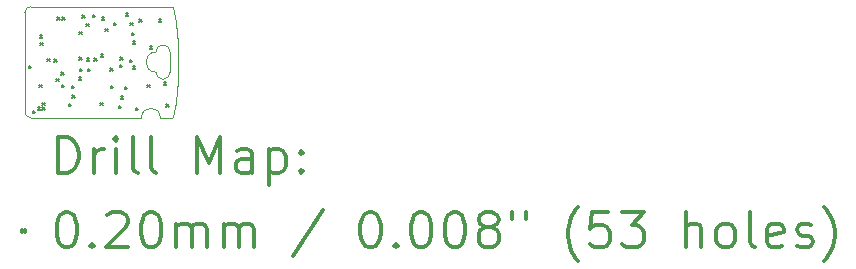
<source format=gbr>
%FSLAX45Y45*%
G04 Gerber Fmt 4.5, Leading zero omitted, Abs format (unit mm)*
G04 Created by KiCad (PCBNEW (5.0.1)-4) date 12/11/18 15:37:36*
%MOMM*%
%LPD*%
G01*
G04 APERTURE LIST*
%ADD10C,0.010000*%
%ADD11C,0.050000*%
%ADD12C,0.200000*%
%ADD13C,0.300000*%
G04 APERTURE END LIST*
D10*
X2932500Y-2265000D02*
G75*
G02X2812500Y-2265000I-60000J0D01*
G01*
X2932500Y-2095000D02*
G75*
G03X2812500Y-2095000I-60000J0D01*
G01*
X2812500Y-2095000D02*
G75*
G03X2812500Y-2265000I0J-85000D01*
G01*
D11*
X2850000Y-2650000D02*
G75*
G03X2690000Y-2650000I-80000J0D01*
G01*
X2850000Y-2650000D02*
X2952500Y-2650000D01*
D10*
X2932500Y-2095000D02*
X2932500Y-2265000D01*
D11*
X1752500Y-1710000D02*
G75*
G03X1702500Y-1760000I0J-50000D01*
G01*
X1702500Y-2600000D02*
G75*
G03X1752500Y-2650000I50000J0D01*
G01*
X1702500Y-1760000D02*
X1702500Y-2600000D01*
X2952500Y-1710000D02*
X1752500Y-1710000D01*
X1752500Y-2650000D02*
X2690000Y-2650000D01*
X3002500Y-2180000D02*
X3002500Y-2167000D01*
X3002500Y-2167000D02*
X3002500Y-2153000D01*
X3002500Y-2153000D02*
X3002500Y-2140000D01*
X3002500Y-2140000D02*
X3002500Y-2126000D01*
X3002500Y-2126000D02*
X3001500Y-2113000D01*
X3001500Y-2113000D02*
X3001500Y-2099000D01*
X3001500Y-2099000D02*
X3001500Y-2086000D01*
X3001500Y-2086000D02*
X3000500Y-2073000D01*
X3000500Y-2073000D02*
X3000500Y-2059000D01*
X3000500Y-2059000D02*
X2999500Y-2046000D01*
X2999500Y-2046000D02*
X2998500Y-2033000D01*
X2998500Y-2033000D02*
X2998500Y-2020000D01*
X2998500Y-2020000D02*
X2997500Y-2007000D01*
X2997500Y-2007000D02*
X2996500Y-1995000D01*
X2996500Y-1995000D02*
X2995500Y-1982000D01*
X2995500Y-1982000D02*
X2994500Y-1970000D01*
X2994500Y-1970000D02*
X2993500Y-1957000D01*
X2993500Y-1957000D02*
X2992500Y-1945000D01*
X2992500Y-1945000D02*
X2991500Y-1933000D01*
X2991500Y-1933000D02*
X2990500Y-1921000D01*
X2990500Y-1921000D02*
X2989500Y-1909000D01*
X2989500Y-1909000D02*
X2988500Y-1897000D01*
X2988500Y-1897000D02*
X2986500Y-1886000D01*
X2986500Y-1886000D02*
X2985500Y-1874000D01*
X2985500Y-1874000D02*
X2984500Y-1863000D01*
X2984500Y-1863000D02*
X2982500Y-1852000D01*
X2982500Y-1852000D02*
X2981500Y-1842000D01*
X2981500Y-1842000D02*
X2979500Y-1831000D01*
X2979500Y-1831000D02*
X2978500Y-1821000D01*
X2978500Y-1821000D02*
X2976500Y-1811000D01*
X2976500Y-1811000D02*
X2974500Y-1801000D01*
X2974500Y-1801000D02*
X2973500Y-1791000D01*
X2973500Y-1791000D02*
X2971500Y-1782000D01*
X2971500Y-1782000D02*
X2969500Y-1772000D01*
X2969500Y-1772000D02*
X2967500Y-1764000D01*
X2967500Y-1764000D02*
X2965500Y-1755000D01*
X2965500Y-1755000D02*
X2964500Y-1746000D01*
X2964500Y-1746000D02*
X2962500Y-1738000D01*
X2962500Y-1738000D02*
X2960500Y-1730000D01*
X2960500Y-1730000D02*
X2958500Y-1723000D01*
X2958500Y-1723000D02*
X2955500Y-1715000D01*
X2955500Y-1715000D02*
X2952500Y-1710000D01*
X2952500Y-2650000D02*
X2955500Y-2645000D01*
X2955500Y-2645000D02*
X2958500Y-2637000D01*
X2958500Y-2637000D02*
X2960500Y-2630000D01*
X2960500Y-2630000D02*
X2962500Y-2622000D01*
X2962500Y-2622000D02*
X2964500Y-2614000D01*
X2964500Y-2614000D02*
X2965500Y-2605000D01*
X2965500Y-2605000D02*
X2967500Y-2596000D01*
X2967500Y-2596000D02*
X2969500Y-2588000D01*
X2969500Y-2588000D02*
X2971500Y-2578000D01*
X2971500Y-2578000D02*
X2973500Y-2569000D01*
X2973500Y-2569000D02*
X2974500Y-2559000D01*
X2974500Y-2559000D02*
X2976500Y-2549000D01*
X2976500Y-2549000D02*
X2978500Y-2539000D01*
X2978500Y-2539000D02*
X2979500Y-2529000D01*
X2979500Y-2529000D02*
X2981500Y-2518000D01*
X2981500Y-2518000D02*
X2982500Y-2508000D01*
X2982500Y-2508000D02*
X2984500Y-2497000D01*
X2984500Y-2497000D02*
X2985500Y-2486000D01*
X2985500Y-2486000D02*
X2986500Y-2474000D01*
X2986500Y-2474000D02*
X2988500Y-2463000D01*
X2988500Y-2463000D02*
X2989500Y-2451000D01*
X2989500Y-2451000D02*
X2990500Y-2439000D01*
X2990500Y-2439000D02*
X2991500Y-2427000D01*
X2991500Y-2427000D02*
X2992500Y-2415000D01*
X2992500Y-2415000D02*
X2993500Y-2403000D01*
X2993500Y-2403000D02*
X2994500Y-2390000D01*
X2994500Y-2390000D02*
X2995500Y-2378000D01*
X2995500Y-2378000D02*
X2996500Y-2365000D01*
X2996500Y-2365000D02*
X2997500Y-2353000D01*
X2997500Y-2353000D02*
X2998500Y-2340000D01*
X2998500Y-2340000D02*
X2998500Y-2327000D01*
X2998500Y-2327000D02*
X2999500Y-2314000D01*
X2999500Y-2314000D02*
X3000500Y-2301000D01*
X3000500Y-2301000D02*
X3000500Y-2287000D01*
X3000500Y-2287000D02*
X3001500Y-2274000D01*
X3001500Y-2274000D02*
X3001500Y-2261000D01*
X3001500Y-2261000D02*
X3001500Y-2247000D01*
X3001500Y-2247000D02*
X3002500Y-2234000D01*
X3002500Y-2234000D02*
X3002500Y-2220000D01*
X3002500Y-2220000D02*
X3002500Y-2207000D01*
X3002500Y-2207000D02*
X3002500Y-2193000D01*
X3002500Y-2193000D02*
X3002500Y-2180000D01*
D12*
X1735000Y-2212500D02*
X1755000Y-2232500D01*
X1755000Y-2212500D02*
X1735000Y-2232500D01*
X1770000Y-2592500D02*
X1790000Y-2612500D01*
X1790000Y-2592500D02*
X1770000Y-2612500D01*
X1810000Y-2562500D02*
X1830000Y-2582500D01*
X1830000Y-2562500D02*
X1810000Y-2582500D01*
X1825000Y-2375000D02*
X1845000Y-2395000D01*
X1845000Y-2375000D02*
X1825000Y-2395000D01*
X1830000Y-1952500D02*
X1850000Y-1972500D01*
X1850000Y-1952500D02*
X1830000Y-1972500D01*
X1832500Y-2017500D02*
X1852500Y-2037500D01*
X1852500Y-2017500D02*
X1832500Y-2037500D01*
X1850000Y-2522500D02*
X1870000Y-2542500D01*
X1870000Y-2522500D02*
X1850000Y-2542500D01*
X1850000Y-2562500D02*
X1870000Y-2582500D01*
X1870000Y-2562500D02*
X1850000Y-2582500D01*
X1892500Y-2152500D02*
X1912500Y-2172500D01*
X1912500Y-2152500D02*
X1892500Y-2172500D01*
X1952500Y-2155000D02*
X1972500Y-2175000D01*
X1972500Y-2155000D02*
X1952500Y-2175000D01*
X1970000Y-2320000D02*
X1990000Y-2340000D01*
X1990000Y-2320000D02*
X1970000Y-2340000D01*
X1977500Y-1800000D02*
X1997500Y-1820000D01*
X1997500Y-1800000D02*
X1977500Y-1820000D01*
X2012500Y-2267500D02*
X2032500Y-2287500D01*
X2032500Y-2267500D02*
X2012500Y-2287500D01*
X2015000Y-2372500D02*
X2035000Y-2392500D01*
X2035000Y-2372500D02*
X2015000Y-2392500D01*
X2020000Y-1800000D02*
X2040000Y-1820000D01*
X2040000Y-1800000D02*
X2020000Y-1820000D01*
X2077500Y-2532500D02*
X2097500Y-2552500D01*
X2097500Y-2532500D02*
X2077500Y-2552500D01*
X2100000Y-2380000D02*
X2120000Y-2400000D01*
X2120000Y-2380000D02*
X2100000Y-2400000D01*
X2105000Y-2462500D02*
X2125000Y-2482500D01*
X2125000Y-2462500D02*
X2105000Y-2482500D01*
X2160000Y-2310000D02*
X2180000Y-2330000D01*
X2180000Y-2310000D02*
X2160000Y-2330000D01*
X2162500Y-2140000D02*
X2182500Y-2160000D01*
X2182500Y-2140000D02*
X2162500Y-2160000D01*
X2165000Y-1922500D02*
X2185000Y-1942500D01*
X2185000Y-1922500D02*
X2165000Y-1942500D01*
X2170000Y-2235000D02*
X2190000Y-2255000D01*
X2190000Y-2235000D02*
X2170000Y-2255000D01*
X2190000Y-1782500D02*
X2210000Y-1802500D01*
X2210000Y-1782500D02*
X2190000Y-1802500D01*
X2224000Y-1858500D02*
X2244000Y-1878500D01*
X2244000Y-1858500D02*
X2224000Y-1878500D01*
X2230000Y-2147500D02*
X2250000Y-2167500D01*
X2250000Y-2147500D02*
X2230000Y-2167500D01*
X2235000Y-2237500D02*
X2255000Y-2257500D01*
X2255000Y-2237500D02*
X2235000Y-2257500D01*
X2278000Y-1779500D02*
X2298000Y-1799500D01*
X2298000Y-1779500D02*
X2278000Y-1799500D01*
X2290000Y-2147500D02*
X2310000Y-2167500D01*
X2310000Y-2147500D02*
X2290000Y-2167500D01*
X2342500Y-2527500D02*
X2362500Y-2547500D01*
X2362500Y-2527500D02*
X2342500Y-2547500D01*
X2345000Y-2115000D02*
X2365000Y-2135000D01*
X2365000Y-2115000D02*
X2345000Y-2135000D01*
X2355000Y-1799500D02*
X2375000Y-1819500D01*
X2375000Y-1799500D02*
X2355000Y-1819500D01*
X2383000Y-1899500D02*
X2403000Y-1919500D01*
X2403000Y-1899500D02*
X2383000Y-1919500D01*
X2425000Y-2232500D02*
X2445000Y-2252500D01*
X2445000Y-2232500D02*
X2425000Y-2252500D01*
X2430000Y-2380000D02*
X2450000Y-2400000D01*
X2450000Y-2380000D02*
X2430000Y-2400000D01*
X2455000Y-1847500D02*
X2475000Y-1867500D01*
X2475000Y-1847500D02*
X2455000Y-1867500D01*
X2497500Y-2552500D02*
X2517500Y-2572500D01*
X2517500Y-2552500D02*
X2497500Y-2572500D01*
X2505000Y-2205000D02*
X2525000Y-2225000D01*
X2525000Y-2205000D02*
X2505000Y-2225000D01*
X2510000Y-2140000D02*
X2530000Y-2160000D01*
X2530000Y-2140000D02*
X2510000Y-2160000D01*
X2517500Y-2470000D02*
X2537500Y-2490000D01*
X2537500Y-2470000D02*
X2517500Y-2490000D01*
X2547500Y-2387500D02*
X2567500Y-2407500D01*
X2567500Y-2387500D02*
X2547500Y-2407500D01*
X2555000Y-1767500D02*
X2575000Y-1787500D01*
X2575000Y-1767500D02*
X2555000Y-1787500D01*
X2592500Y-2160000D02*
X2612500Y-2180000D01*
X2612500Y-2160000D02*
X2592500Y-2180000D01*
X2595000Y-1847500D02*
X2615000Y-1867500D01*
X2615000Y-1847500D02*
X2595000Y-1867500D01*
X2607000Y-1932500D02*
X2627000Y-1952500D01*
X2627000Y-1932500D02*
X2607000Y-1952500D01*
X2616000Y-2005500D02*
X2636000Y-2025500D01*
X2636000Y-2005500D02*
X2616000Y-2025500D01*
X2617500Y-2215000D02*
X2637500Y-2235000D01*
X2637500Y-2215000D02*
X2617500Y-2235000D01*
X2642500Y-2565000D02*
X2662500Y-2585000D01*
X2662500Y-2565000D02*
X2642500Y-2585000D01*
X2672500Y-1817500D02*
X2692500Y-1837500D01*
X2692500Y-1817500D02*
X2672500Y-1837500D01*
X2740000Y-2372500D02*
X2760000Y-2392500D01*
X2760000Y-2372500D02*
X2740000Y-2392500D01*
X2760000Y-2045000D02*
X2780000Y-2065000D01*
X2780000Y-2045000D02*
X2760000Y-2065000D01*
X2835000Y-1817500D02*
X2855000Y-1837500D01*
X2855000Y-1817500D02*
X2835000Y-1837500D01*
X2880000Y-2352500D02*
X2900000Y-2372500D01*
X2900000Y-2352500D02*
X2880000Y-2372500D01*
X2901000Y-2538500D02*
X2921000Y-2558500D01*
X2921000Y-2538500D02*
X2901000Y-2558500D01*
D13*
X1986428Y-3118214D02*
X1986428Y-2818214D01*
X2057857Y-2818214D01*
X2100714Y-2832500D01*
X2129286Y-2861071D01*
X2143571Y-2889643D01*
X2157857Y-2946786D01*
X2157857Y-2989643D01*
X2143571Y-3046786D01*
X2129286Y-3075357D01*
X2100714Y-3103929D01*
X2057857Y-3118214D01*
X1986428Y-3118214D01*
X2286428Y-3118214D02*
X2286428Y-2918214D01*
X2286428Y-2975357D02*
X2300714Y-2946786D01*
X2315000Y-2932500D01*
X2343571Y-2918214D01*
X2372143Y-2918214D01*
X2472143Y-3118214D02*
X2472143Y-2918214D01*
X2472143Y-2818214D02*
X2457857Y-2832500D01*
X2472143Y-2846786D01*
X2486428Y-2832500D01*
X2472143Y-2818214D01*
X2472143Y-2846786D01*
X2657857Y-3118214D02*
X2629286Y-3103929D01*
X2615000Y-3075357D01*
X2615000Y-2818214D01*
X2815000Y-3118214D02*
X2786428Y-3103929D01*
X2772143Y-3075357D01*
X2772143Y-2818214D01*
X3157857Y-3118214D02*
X3157857Y-2818214D01*
X3257857Y-3032500D01*
X3357857Y-2818214D01*
X3357857Y-3118214D01*
X3629286Y-3118214D02*
X3629286Y-2961071D01*
X3615000Y-2932500D01*
X3586428Y-2918214D01*
X3529286Y-2918214D01*
X3500714Y-2932500D01*
X3629286Y-3103929D02*
X3600714Y-3118214D01*
X3529286Y-3118214D01*
X3500714Y-3103929D01*
X3486428Y-3075357D01*
X3486428Y-3046786D01*
X3500714Y-3018214D01*
X3529286Y-3003929D01*
X3600714Y-3003929D01*
X3629286Y-2989643D01*
X3772143Y-2918214D02*
X3772143Y-3218214D01*
X3772143Y-2932500D02*
X3800714Y-2918214D01*
X3857857Y-2918214D01*
X3886428Y-2932500D01*
X3900714Y-2946786D01*
X3915000Y-2975357D01*
X3915000Y-3061071D01*
X3900714Y-3089643D01*
X3886428Y-3103929D01*
X3857857Y-3118214D01*
X3800714Y-3118214D01*
X3772143Y-3103929D01*
X4043571Y-3089643D02*
X4057857Y-3103929D01*
X4043571Y-3118214D01*
X4029286Y-3103929D01*
X4043571Y-3089643D01*
X4043571Y-3118214D01*
X4043571Y-2932500D02*
X4057857Y-2946786D01*
X4043571Y-2961071D01*
X4029286Y-2946786D01*
X4043571Y-2932500D01*
X4043571Y-2961071D01*
X1680000Y-3602500D02*
X1700000Y-3622500D01*
X1700000Y-3602500D02*
X1680000Y-3622500D01*
X2043571Y-3448214D02*
X2072143Y-3448214D01*
X2100714Y-3462500D01*
X2115000Y-3476786D01*
X2129286Y-3505357D01*
X2143571Y-3562500D01*
X2143571Y-3633929D01*
X2129286Y-3691071D01*
X2115000Y-3719643D01*
X2100714Y-3733929D01*
X2072143Y-3748214D01*
X2043571Y-3748214D01*
X2015000Y-3733929D01*
X2000714Y-3719643D01*
X1986428Y-3691071D01*
X1972143Y-3633929D01*
X1972143Y-3562500D01*
X1986428Y-3505357D01*
X2000714Y-3476786D01*
X2015000Y-3462500D01*
X2043571Y-3448214D01*
X2272143Y-3719643D02*
X2286428Y-3733929D01*
X2272143Y-3748214D01*
X2257857Y-3733929D01*
X2272143Y-3719643D01*
X2272143Y-3748214D01*
X2400714Y-3476786D02*
X2415000Y-3462500D01*
X2443571Y-3448214D01*
X2515000Y-3448214D01*
X2543571Y-3462500D01*
X2557857Y-3476786D01*
X2572143Y-3505357D01*
X2572143Y-3533929D01*
X2557857Y-3576786D01*
X2386428Y-3748214D01*
X2572143Y-3748214D01*
X2757857Y-3448214D02*
X2786428Y-3448214D01*
X2815000Y-3462500D01*
X2829286Y-3476786D01*
X2843571Y-3505357D01*
X2857857Y-3562500D01*
X2857857Y-3633929D01*
X2843571Y-3691071D01*
X2829286Y-3719643D01*
X2815000Y-3733929D01*
X2786428Y-3748214D01*
X2757857Y-3748214D01*
X2729286Y-3733929D01*
X2715000Y-3719643D01*
X2700714Y-3691071D01*
X2686428Y-3633929D01*
X2686428Y-3562500D01*
X2700714Y-3505357D01*
X2715000Y-3476786D01*
X2729286Y-3462500D01*
X2757857Y-3448214D01*
X2986428Y-3748214D02*
X2986428Y-3548214D01*
X2986428Y-3576786D02*
X3000714Y-3562500D01*
X3029286Y-3548214D01*
X3072143Y-3548214D01*
X3100714Y-3562500D01*
X3115000Y-3591071D01*
X3115000Y-3748214D01*
X3115000Y-3591071D02*
X3129286Y-3562500D01*
X3157857Y-3548214D01*
X3200714Y-3548214D01*
X3229286Y-3562500D01*
X3243571Y-3591071D01*
X3243571Y-3748214D01*
X3386428Y-3748214D02*
X3386428Y-3548214D01*
X3386428Y-3576786D02*
X3400714Y-3562500D01*
X3429286Y-3548214D01*
X3472143Y-3548214D01*
X3500714Y-3562500D01*
X3515000Y-3591071D01*
X3515000Y-3748214D01*
X3515000Y-3591071D02*
X3529286Y-3562500D01*
X3557857Y-3548214D01*
X3600714Y-3548214D01*
X3629286Y-3562500D01*
X3643571Y-3591071D01*
X3643571Y-3748214D01*
X4229286Y-3433929D02*
X3972143Y-3819643D01*
X4615000Y-3448214D02*
X4643571Y-3448214D01*
X4672143Y-3462500D01*
X4686428Y-3476786D01*
X4700714Y-3505357D01*
X4715000Y-3562500D01*
X4715000Y-3633929D01*
X4700714Y-3691071D01*
X4686428Y-3719643D01*
X4672143Y-3733929D01*
X4643571Y-3748214D01*
X4615000Y-3748214D01*
X4586428Y-3733929D01*
X4572143Y-3719643D01*
X4557857Y-3691071D01*
X4543571Y-3633929D01*
X4543571Y-3562500D01*
X4557857Y-3505357D01*
X4572143Y-3476786D01*
X4586428Y-3462500D01*
X4615000Y-3448214D01*
X4843571Y-3719643D02*
X4857857Y-3733929D01*
X4843571Y-3748214D01*
X4829286Y-3733929D01*
X4843571Y-3719643D01*
X4843571Y-3748214D01*
X5043571Y-3448214D02*
X5072143Y-3448214D01*
X5100714Y-3462500D01*
X5115000Y-3476786D01*
X5129286Y-3505357D01*
X5143571Y-3562500D01*
X5143571Y-3633929D01*
X5129286Y-3691071D01*
X5115000Y-3719643D01*
X5100714Y-3733929D01*
X5072143Y-3748214D01*
X5043571Y-3748214D01*
X5015000Y-3733929D01*
X5000714Y-3719643D01*
X4986428Y-3691071D01*
X4972143Y-3633929D01*
X4972143Y-3562500D01*
X4986428Y-3505357D01*
X5000714Y-3476786D01*
X5015000Y-3462500D01*
X5043571Y-3448214D01*
X5329286Y-3448214D02*
X5357857Y-3448214D01*
X5386428Y-3462500D01*
X5400714Y-3476786D01*
X5415000Y-3505357D01*
X5429286Y-3562500D01*
X5429286Y-3633929D01*
X5415000Y-3691071D01*
X5400714Y-3719643D01*
X5386428Y-3733929D01*
X5357857Y-3748214D01*
X5329286Y-3748214D01*
X5300714Y-3733929D01*
X5286428Y-3719643D01*
X5272143Y-3691071D01*
X5257857Y-3633929D01*
X5257857Y-3562500D01*
X5272143Y-3505357D01*
X5286428Y-3476786D01*
X5300714Y-3462500D01*
X5329286Y-3448214D01*
X5600714Y-3576786D02*
X5572143Y-3562500D01*
X5557857Y-3548214D01*
X5543571Y-3519643D01*
X5543571Y-3505357D01*
X5557857Y-3476786D01*
X5572143Y-3462500D01*
X5600714Y-3448214D01*
X5657857Y-3448214D01*
X5686428Y-3462500D01*
X5700714Y-3476786D01*
X5715000Y-3505357D01*
X5715000Y-3519643D01*
X5700714Y-3548214D01*
X5686428Y-3562500D01*
X5657857Y-3576786D01*
X5600714Y-3576786D01*
X5572143Y-3591071D01*
X5557857Y-3605357D01*
X5543571Y-3633929D01*
X5543571Y-3691071D01*
X5557857Y-3719643D01*
X5572143Y-3733929D01*
X5600714Y-3748214D01*
X5657857Y-3748214D01*
X5686428Y-3733929D01*
X5700714Y-3719643D01*
X5715000Y-3691071D01*
X5715000Y-3633929D01*
X5700714Y-3605357D01*
X5686428Y-3591071D01*
X5657857Y-3576786D01*
X5829286Y-3448214D02*
X5829286Y-3505357D01*
X5943571Y-3448214D02*
X5943571Y-3505357D01*
X6386428Y-3862500D02*
X6372143Y-3848214D01*
X6343571Y-3805357D01*
X6329286Y-3776786D01*
X6315000Y-3733929D01*
X6300714Y-3662500D01*
X6300714Y-3605357D01*
X6315000Y-3533929D01*
X6329286Y-3491071D01*
X6343571Y-3462500D01*
X6372143Y-3419643D01*
X6386428Y-3405357D01*
X6643571Y-3448214D02*
X6500714Y-3448214D01*
X6486428Y-3591071D01*
X6500714Y-3576786D01*
X6529286Y-3562500D01*
X6600714Y-3562500D01*
X6629286Y-3576786D01*
X6643571Y-3591071D01*
X6657857Y-3619643D01*
X6657857Y-3691071D01*
X6643571Y-3719643D01*
X6629286Y-3733929D01*
X6600714Y-3748214D01*
X6529286Y-3748214D01*
X6500714Y-3733929D01*
X6486428Y-3719643D01*
X6757857Y-3448214D02*
X6943571Y-3448214D01*
X6843571Y-3562500D01*
X6886428Y-3562500D01*
X6915000Y-3576786D01*
X6929286Y-3591071D01*
X6943571Y-3619643D01*
X6943571Y-3691071D01*
X6929286Y-3719643D01*
X6915000Y-3733929D01*
X6886428Y-3748214D01*
X6800714Y-3748214D01*
X6772143Y-3733929D01*
X6757857Y-3719643D01*
X7300714Y-3748214D02*
X7300714Y-3448214D01*
X7429286Y-3748214D02*
X7429286Y-3591071D01*
X7415000Y-3562500D01*
X7386428Y-3548214D01*
X7343571Y-3548214D01*
X7315000Y-3562500D01*
X7300714Y-3576786D01*
X7615000Y-3748214D02*
X7586428Y-3733929D01*
X7572143Y-3719643D01*
X7557857Y-3691071D01*
X7557857Y-3605357D01*
X7572143Y-3576786D01*
X7586428Y-3562500D01*
X7615000Y-3548214D01*
X7657857Y-3548214D01*
X7686428Y-3562500D01*
X7700714Y-3576786D01*
X7715000Y-3605357D01*
X7715000Y-3691071D01*
X7700714Y-3719643D01*
X7686428Y-3733929D01*
X7657857Y-3748214D01*
X7615000Y-3748214D01*
X7886428Y-3748214D02*
X7857857Y-3733929D01*
X7843571Y-3705357D01*
X7843571Y-3448214D01*
X8115000Y-3733929D02*
X8086428Y-3748214D01*
X8029286Y-3748214D01*
X8000714Y-3733929D01*
X7986428Y-3705357D01*
X7986428Y-3591071D01*
X8000714Y-3562500D01*
X8029286Y-3548214D01*
X8086428Y-3548214D01*
X8115000Y-3562500D01*
X8129286Y-3591071D01*
X8129286Y-3619643D01*
X7986428Y-3648214D01*
X8243571Y-3733929D02*
X8272143Y-3748214D01*
X8329286Y-3748214D01*
X8357857Y-3733929D01*
X8372143Y-3705357D01*
X8372143Y-3691071D01*
X8357857Y-3662500D01*
X8329286Y-3648214D01*
X8286428Y-3648214D01*
X8257857Y-3633929D01*
X8243571Y-3605357D01*
X8243571Y-3591071D01*
X8257857Y-3562500D01*
X8286428Y-3548214D01*
X8329286Y-3548214D01*
X8357857Y-3562500D01*
X8472143Y-3862500D02*
X8486428Y-3848214D01*
X8515000Y-3805357D01*
X8529286Y-3776786D01*
X8543571Y-3733929D01*
X8557857Y-3662500D01*
X8557857Y-3605357D01*
X8543571Y-3533929D01*
X8529286Y-3491071D01*
X8515000Y-3462500D01*
X8486428Y-3419643D01*
X8472143Y-3405357D01*
M02*

</source>
